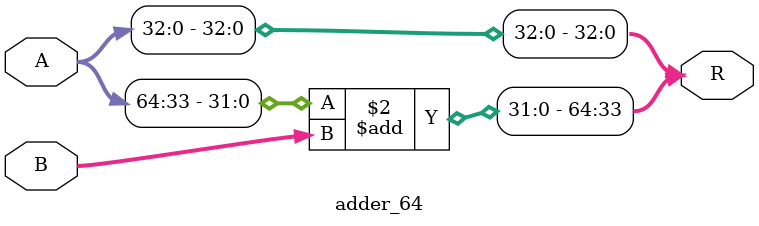
<source format=v>
`timescale 1ns / 1ps
module adder_64(
    input [64:0] A,
    input [31:0] B,
    output reg [64:0] R
    );
	 
	 always @(*) begin
		R[64:33] <= A[64:33] + B;
		R[32:0]	<= A[32:0];
	 end
	 
endmodule

</source>
